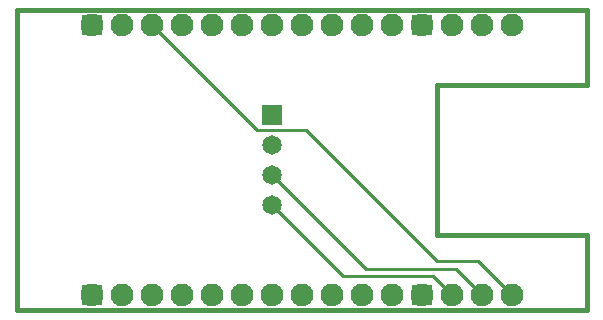
<source format=gbl>
G75*
%MOIN*%
%OFA0B0*%
%FSLAX25Y25*%
%IPPOS*%
%LPD*%
%AMOC8*
5,1,8,0,0,1.08239X$1,22.5*
%
%ADD10R,0.06500X0.06500*%
%ADD11C,0.06500*%
%ADD12C,0.07600*%
%ADD13R,0.05937X0.05937*%
%ADD14C,0.05937*%
%ADD15C,0.01000*%
%ADD16C,0.01600*%
D10*
X0026800Y0013167D03*
X0086800Y0073167D03*
X0136800Y0103167D03*
X0026800Y0103167D03*
X0136800Y0013167D03*
D11*
X0146800Y0013167D03*
X0156800Y0013167D03*
X0166800Y0013167D03*
X0086800Y0043167D03*
X0086800Y0053167D03*
X0086800Y0063167D03*
X0056800Y0103167D03*
X0046800Y0103167D03*
X0036800Y0103167D03*
X0146800Y0103167D03*
X0156800Y0103167D03*
X0166800Y0103167D03*
X0056800Y0013167D03*
X0046800Y0013167D03*
X0036800Y0013167D03*
D12*
X0036800Y0013167D03*
X0046800Y0013167D03*
X0056800Y0013167D03*
X0066800Y0013167D03*
X0076800Y0013167D03*
X0086800Y0013167D03*
X0096800Y0013167D03*
X0106800Y0013167D03*
X0116800Y0013167D03*
X0126800Y0013167D03*
X0136800Y0013167D03*
X0146800Y0013167D03*
X0156800Y0013167D03*
X0166800Y0013167D03*
X0026800Y0013167D03*
X0026800Y0103167D03*
X0036800Y0103167D03*
X0046800Y0103167D03*
X0056800Y0103167D03*
X0066800Y0103167D03*
X0076800Y0103167D03*
X0086800Y0103167D03*
X0096800Y0103167D03*
X0106800Y0103167D03*
X0116800Y0103167D03*
X0126800Y0103167D03*
X0136800Y0103167D03*
X0146800Y0103167D03*
X0156800Y0103167D03*
X0166800Y0103167D03*
D13*
X0086800Y0073167D03*
D14*
X0086800Y0063167D03*
X0086800Y0053167D03*
X0086800Y0043167D03*
D15*
X0110550Y0019417D01*
X0140550Y0019417D01*
X0146800Y0013167D01*
X0148050Y0021917D02*
X0156800Y0013167D01*
X0166800Y0013167D02*
X0155550Y0024417D01*
X0141800Y0024417D01*
X0098050Y0068167D01*
X0081800Y0068167D01*
X0046800Y0103167D01*
X0086800Y0053167D02*
X0118050Y0021917D01*
X0148050Y0021917D01*
D16*
X0191800Y0008167D02*
X0001800Y0008167D01*
X0001800Y0108167D01*
X0191800Y0108167D01*
X0191800Y0083167D01*
X0141800Y0083167D01*
X0141800Y0033167D01*
X0191800Y0033167D01*
X0191800Y0008167D01*
M02*

</source>
